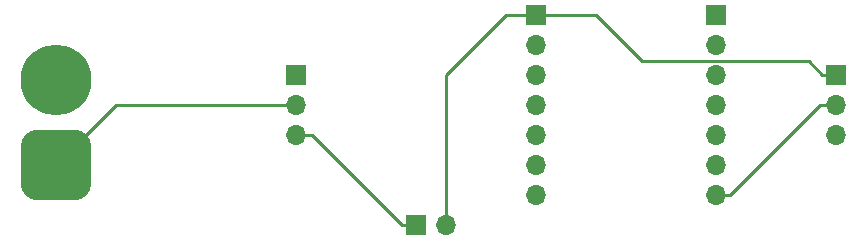
<source format=gbr>
%TF.GenerationSoftware,KiCad,Pcbnew,6.0.4-6f826c9f35~116~ubuntu20.04.1*%
%TF.CreationDate,2022-04-05T15:18:14+02:00*%
%TF.ProjectId,TestProject,54657374-5072-46f6-9a65-63742e6b6963,rev?*%
%TF.SameCoordinates,Original*%
%TF.FileFunction,Copper,L2,Bot*%
%TF.FilePolarity,Positive*%
%FSLAX46Y46*%
G04 Gerber Fmt 4.6, Leading zero omitted, Abs format (unit mm)*
G04 Created by KiCad (PCBNEW 6.0.4-6f826c9f35~116~ubuntu20.04.1) date 2022-04-05 15:18:14*
%MOMM*%
%LPD*%
G01*
G04 APERTURE LIST*
G04 Aperture macros list*
%AMRoundRect*
0 Rectangle with rounded corners*
0 $1 Rounding radius*
0 $2 $3 $4 $5 $6 $7 $8 $9 X,Y pos of 4 corners*
0 Add a 4 corners polygon primitive as box body*
4,1,4,$2,$3,$4,$5,$6,$7,$8,$9,$2,$3,0*
0 Add four circle primitives for the rounded corners*
1,1,$1+$1,$2,$3*
1,1,$1+$1,$4,$5*
1,1,$1+$1,$6,$7*
1,1,$1+$1,$8,$9*
0 Add four rect primitives between the rounded corners*
20,1,$1+$1,$2,$3,$4,$5,0*
20,1,$1+$1,$4,$5,$6,$7,0*
20,1,$1+$1,$6,$7,$8,$9,0*
20,1,$1+$1,$8,$9,$2,$3,0*%
G04 Aperture macros list end*
%TA.AperFunction,ComponentPad*%
%ADD10R,1.700000X1.700000*%
%TD*%
%TA.AperFunction,ComponentPad*%
%ADD11O,1.700000X1.700000*%
%TD*%
%TA.AperFunction,ComponentPad*%
%ADD12RoundRect,1.500000X1.500000X-1.500000X1.500000X1.500000X-1.500000X1.500000X-1.500000X-1.500000X0*%
%TD*%
%TA.AperFunction,ComponentPad*%
%ADD13C,6.000000*%
%TD*%
%TA.AperFunction,Conductor*%
%ADD14C,0.250000*%
%TD*%
G04 APERTURE END LIST*
D10*
%TO.P,J3_MCU_Right1,1,Pin_1*%
%TO.N,unconnected-(J3_MCU_Right1-Pad1)*%
X76225000Y-17780000D03*
D11*
%TO.P,J3_MCU_Right1,2,Pin_2*%
%TO.N,unconnected-(J3_MCU_Right1-Pad2)*%
X76225000Y-20320000D03*
%TO.P,J3_MCU_Right1,3,Pin_3*%
%TO.N,unconnected-(J3_MCU_Right1-Pad3)*%
X76225000Y-22860000D03*
%TO.P,J3_MCU_Right1,4,Pin_4*%
%TO.N,unconnected-(J3_MCU_Right1-Pad4)*%
X76225000Y-25400000D03*
%TO.P,J3_MCU_Right1,5,Pin_5*%
%TO.N,unconnected-(J3_MCU_Right1-Pad5)*%
X76225000Y-27940000D03*
%TO.P,J3_MCU_Right1,6,Pin_6*%
%TO.N,unconnected-(J3_MCU_Right1-Pad6)*%
X76225000Y-30480000D03*
%TO.P,J3_MCU_Right1,7,Pin_7*%
%TO.N,SIG_LED*%
X76225000Y-33020000D03*
%TD*%
D12*
%TO.P,J1_XT60,1,Pin_1*%
%TO.N,GND*%
X20320000Y-30480000D03*
D13*
%TO.P,J1_XT60,2,Pin_2*%
%TO.N,Vin*%
X20320000Y-23280000D03*
%TD*%
D10*
%TO.P,J3_MCU_Left1,1,Pin_1*%
%TO.N,ButtonOut*%
X60985000Y-17780000D03*
D11*
%TO.P,J3_MCU_Left1,2,Pin_2*%
%TO.N,GND*%
X60985000Y-20320000D03*
%TO.P,J3_MCU_Left1,3,Pin_3*%
%TO.N,unconnected-(J3_MCU_Left1-Pad3)*%
X60985000Y-22860000D03*
%TO.P,J3_MCU_Left1,4,Pin_4*%
%TO.N,unconnected-(J3_MCU_Left1-Pad4)*%
X60985000Y-25400000D03*
%TO.P,J3_MCU_Left1,5,Pin_5*%
%TO.N,unconnected-(J3_MCU_Left1-Pad5)*%
X60985000Y-27940000D03*
%TO.P,J3_MCU_Left1,6,Pin_6*%
%TO.N,unconnected-(J3_MCU_Left1-Pad6)*%
X60985000Y-30480000D03*
%TO.P,J3_MCU_Left1,7,Pin_7*%
%TO.N,unconnected-(J3_MCU_Left1-Pad7)*%
X60985000Y-33020000D03*
%TD*%
D10*
%TO.P,J5_Button1,1,Pin_1*%
%TO.N,V5*%
X50800000Y-35560000D03*
D11*
%TO.P,J5_Button1,2,Pin_2*%
%TO.N,ButtonOut*%
X53340000Y-35560000D03*
%TD*%
D10*
%TO.P,J4_LED1,1,Pin_1*%
%TO.N,ButtonOut*%
X86385000Y-22860000D03*
D11*
%TO.P,J4_LED1,2,Pin_2*%
%TO.N,SIG_LED*%
X86385000Y-25400000D03*
%TO.P,J4_LED1,3,Pin_3*%
%TO.N,GND*%
X86385000Y-27940000D03*
%TD*%
D10*
%TO.P,J2_Buck1,1,Pin_1*%
%TO.N,Vin*%
X40665000Y-22860000D03*
D11*
%TO.P,J2_Buck1,2,Pin_2*%
%TO.N,GND*%
X40665000Y-25400000D03*
%TO.P,J2_Buck1,3,Pin_3*%
%TO.N,V5*%
X40665000Y-27940000D03*
%TD*%
D14*
%TO.N,GND*%
X25400000Y-25400000D02*
X40665000Y-25400000D01*
X20320000Y-30480000D02*
X25400000Y-25400000D01*
%TO.N,V5*%
X40665000Y-27940000D02*
X42004700Y-27940000D01*
X42004700Y-27940000D02*
X49624700Y-35560000D01*
X50800000Y-35560000D02*
X49624700Y-35560000D01*
%TO.N,SIG_LED*%
X85020300Y-25400000D02*
X86385000Y-25400000D01*
X77400300Y-33020000D02*
X85020300Y-25400000D01*
X76225000Y-33020000D02*
X77400300Y-33020000D01*
%TO.N,ButtonOut*%
X60985000Y-17780000D02*
X66040000Y-17780000D01*
X84034400Y-21684700D02*
X69944700Y-21684700D01*
X53340000Y-35560000D02*
X53340000Y-22860000D01*
X66040000Y-17780000D02*
X69944700Y-21684700D01*
X53340000Y-22860000D02*
X58420000Y-17780000D01*
X58420000Y-17780000D02*
X60985000Y-17780000D01*
X86385000Y-22860000D02*
X85209700Y-22860000D01*
X85209700Y-22860000D02*
X84034400Y-21684700D01*
%TD*%
M02*

</source>
